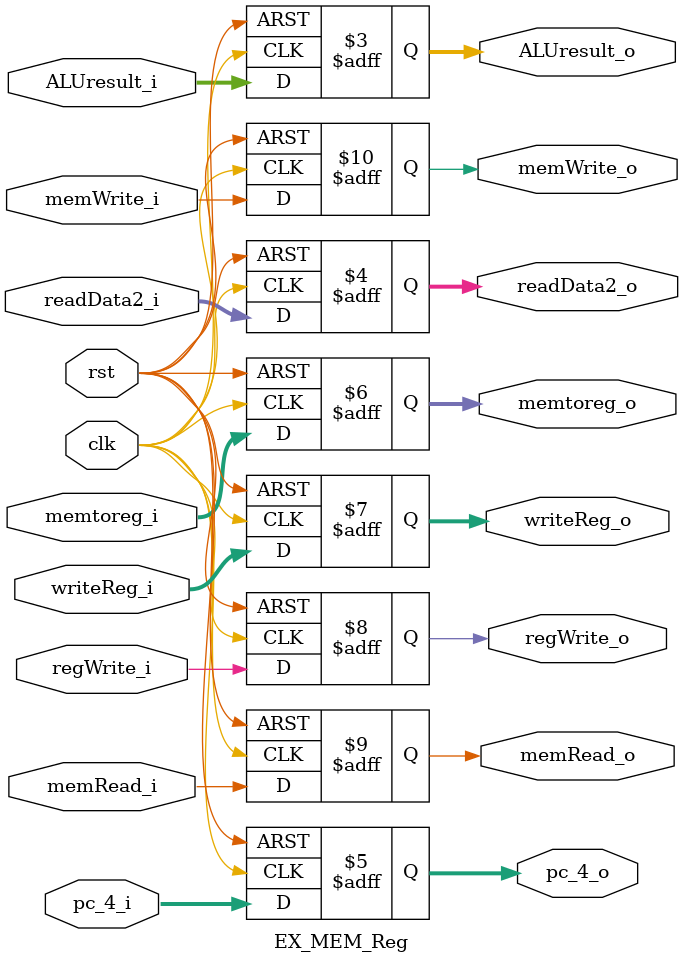
<source format=v>
module EX_MEM_Reg (
    input rst,
    input clk,
    input [31:0] ALUresult_i,
    input [31:0] readData2_i,
    input [31:0] pc_4_i,
    input [1:0] memtoreg_i,
    input [4:0] writeReg_i,
    input regWrite_i,
    input memRead_i,
    input memWrite_i,
    output reg [31:0] ALUresult_o,
    output reg [31:0] readData2_o,
    output reg [31:0] pc_4_o,
    output reg [1:0] memtoreg_o,
    output reg [4:0] writeReg_o,
    output reg regWrite_o,
    output reg memRead_o,
    output reg memWrite_o
);
    always @(posedge clk, negedge rst) begin
        if(~rst) begin
            ALUresult_o <= 0;
            readData2_o <= 0;
            regWrite_o <= 0;
            memRead_o <= 0;
            memWrite_o <= 0;
            memtoreg_o <= 0;
            writeReg_o <= 0;
            pc_4_o <= 0;
        end else begin
            ALUresult_o <= ALUresult_i;
            readData2_o <= readData2_i;
            regWrite_o <= regWrite_i;
            memRead_o <= memRead_i;
            memWrite_o <= memWrite_i;
            memtoreg_o <= memtoreg_i;
            writeReg_o <= writeReg_i;
            pc_4_o <= pc_4_i;
        end 
    end 
    
endmodule

</source>
